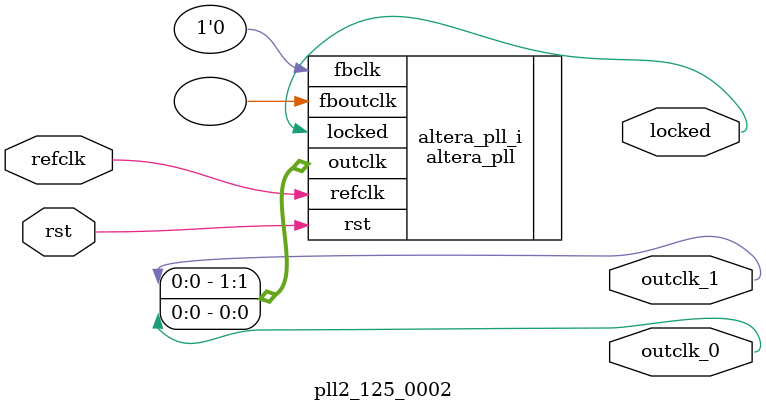
<source format=v>
`timescale 1ns/10ps
module  pll2_125_0002(

	// interface 'refclk'
	input wire refclk,

	// interface 'reset'
	input wire rst,

	// interface 'outclk0'
	output wire outclk_0,

	// interface 'outclk1'
	output wire outclk_1,

	// interface 'locked'
	output wire locked
);

	altera_pll #(
		.fractional_vco_multiplier("false"),
		.reference_clock_frequency("50.0 MHz"),
		.operation_mode("normal"),
		.number_of_clocks(2),
		.output_clock_frequency0("125.000000 MHz"),
		.phase_shift0("0 ps"),
		.duty_cycle0(50),
		.output_clock_frequency1("125.000000 MHz"),
		.phase_shift1("0 ps"),
		.duty_cycle1(50),
		.output_clock_frequency2("0 MHz"),
		.phase_shift2("0 ps"),
		.duty_cycle2(50),
		.output_clock_frequency3("0 MHz"),
		.phase_shift3("0 ps"),
		.duty_cycle3(50),
		.output_clock_frequency4("0 MHz"),
		.phase_shift4("0 ps"),
		.duty_cycle4(50),
		.output_clock_frequency5("0 MHz"),
		.phase_shift5("0 ps"),
		.duty_cycle5(50),
		.output_clock_frequency6("0 MHz"),
		.phase_shift6("0 ps"),
		.duty_cycle6(50),
		.output_clock_frequency7("0 MHz"),
		.phase_shift7("0 ps"),
		.duty_cycle7(50),
		.output_clock_frequency8("0 MHz"),
		.phase_shift8("0 ps"),
		.duty_cycle8(50),
		.output_clock_frequency9("0 MHz"),
		.phase_shift9("0 ps"),
		.duty_cycle9(50),
		.output_clock_frequency10("0 MHz"),
		.phase_shift10("0 ps"),
		.duty_cycle10(50),
		.output_clock_frequency11("0 MHz"),
		.phase_shift11("0 ps"),
		.duty_cycle11(50),
		.output_clock_frequency12("0 MHz"),
		.phase_shift12("0 ps"),
		.duty_cycle12(50),
		.output_clock_frequency13("0 MHz"),
		.phase_shift13("0 ps"),
		.duty_cycle13(50),
		.output_clock_frequency14("0 MHz"),
		.phase_shift14("0 ps"),
		.duty_cycle14(50),
		.output_clock_frequency15("0 MHz"),
		.phase_shift15("0 ps"),
		.duty_cycle15(50),
		.output_clock_frequency16("0 MHz"),
		.phase_shift16("0 ps"),
		.duty_cycle16(50),
		.output_clock_frequency17("0 MHz"),
		.phase_shift17("0 ps"),
		.duty_cycle17(50),
		.pll_type("General"),
		.pll_subtype("General")
	) altera_pll_i (
		.rst	(rst),
		.outclk	({outclk_1, outclk_0}),
		.locked	(locked),
		.fboutclk	( ),
		.fbclk	(1'b0),
		.refclk	(refclk)
	);
endmodule


</source>
